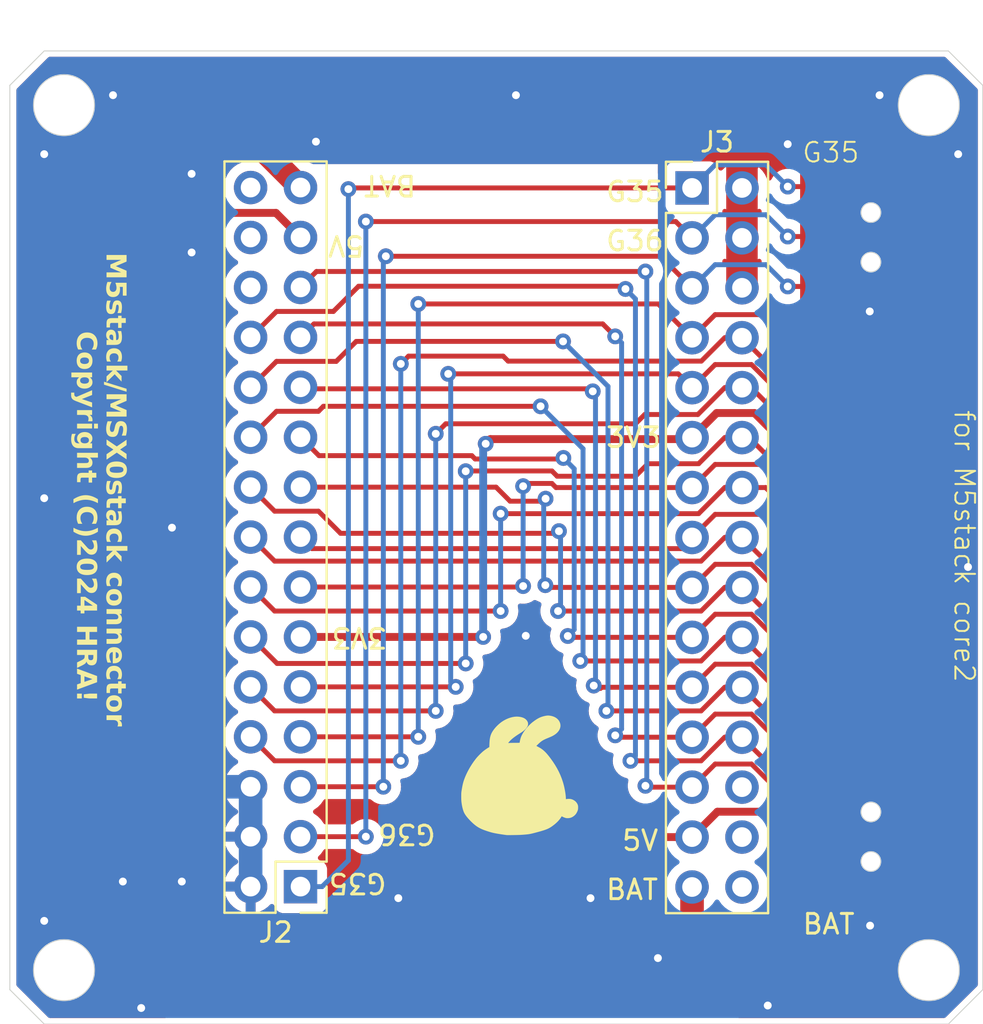
<source format=kicad_pcb>
(kicad_pcb (version 20221018) (generator pcbnew)
  (layers (0 "F.Cu" signal) (31 "B.Cu" signal) (34 "B.Paste" user) (35 "F.Paste" user) (36 "B.SilkS" user "B.Silkscreen") (37 "F.SilkS" user "F.Silkscreen") (38 "B.Mask" user) (39 "F.Mask" user) (44 "Edge.Cuts" user))
  (net 0 "")
  (net 1 "G35")
  (net 2 "GND")
  (net 3 "G36")
  (net 4 "EN")
  (net 5 "G25")
  (net 6 "G23")
  (net 7 "G26")
  (net 8 "G38")
  (net 9 "3V3")
  (net 10 "G18")
  (net 11 "G1")
  (net 12 "G3")
  (net 13 "G14")
  (net 14 "G13")
  (net 15 "G22")
  (net 16 "G21")
  (net 17 "G33")
  (net 18 "G32")
  (net 19 "G19")
  (net 20 "G27")
  (net 21 "G0")
  (net 22 "G2")
  (net 23 "G34")
  (net 25 "5V")
  (net 27 "BAT")
  (footprint "Connector_PinHeader_2.54mm:PinHeader_2x15_P2.54mm_Vertical" (layer "F.Cu") (at 115.04 92.758 180)
    (fp_text reference "J2")
    (fp_text value "Conn_02x15_Odd_Even" hide)
  )
  (footprint "Connector_PinHeader_2.54mm:PinHeader_2x15_P2.54mm_Vertical" (layer "F.Cu") (at 134.96 57.218)
    (fp_text reference "J3")
    (fp_text value "Conn_02x15_Odd_Even" hide)
  )
  (footprint "0-My_Parts:M5StackBase2_1" (layer "F.Cu") (at 100 50)
    (fp_text reference "J1" hide)
    (fp_text value "Conn_02x15_Counter_Clockwise" hide)
    (fp_line (start 0.25 2) (end 0.25 48) (stroke (width 0.05)) (layer "Edge.Cuts"))
    (fp_line (start 0.25 48) (end 2 49.75) (stroke (width 0.05)) (layer "Edge.Cuts"))
    (fp_line (start 2 0.25) (end 0.25 2) (stroke (width 0.05)) (layer "Edge.Cuts"))
    (fp_line (start 2 49.75) (end 48 49.75) (stroke (width 0.05)) (layer "Edge.Cuts"))
    (fp_line (start 48 0.25) (end 2 0.25) (stroke (width 0.05)) (layer "Edge.Cuts"))
    (fp_line (start 48 0.25) (end 49.75 2) (stroke (width 0.05)) (layer "Edge.Cuts"))
    (fp_line (start 49.75 48) (end 48 49.75) (stroke (width 0.05)) (layer "Edge.Cuts"))
    (fp_line (start 49.75 48) (end 49.75 2) (stroke (width 0.05)) (layer "Edge.Cuts"))
    (fp_circle (center 3.006214 3.006214) (end 4.556214 3.006214) (stroke (width 0.05)) (fill none) (layer "Edge.Cuts"))
    (fp_circle (center 3.006214 47.006214) (end 4.556214 47.006214) (stroke (width 0.05)) (fill none) (layer "Edge.Cuts"))
    (fp_circle (center 44.06 8.47) (end 44.06 8.97) (stroke (width 0.05)) (fill none) (layer "Edge.Cuts"))
    (fp_circle (center 44.06 10.992) (end 44.56 10.992) (stroke (width 0.05)) (fill none) (layer "Edge.Cuts"))
    (fp_circle (center 44.06 38.96) (end 44.06 39.46) (stroke (width 0.05)) (fill none) (layer "Edge.Cuts"))
    (fp_circle (center 44.06 41.48) (end 44.06 41.98) (stroke (width 0.05)) (fill none) (layer "Edge.Cuts"))
    (fp_circle (center 47.006214 3.006214) (end 48.556214 3.006214) (stroke (width 0.05)) (fill none) (layer "Edge.Cuts"))
    (fp_circle (center 47.006214 47.006214) (end 48.556214 47.006214) (stroke (width 0.05)) (fill none) (layer "Edge.Cuts"))
  )
  (footprint "0-My_Parts:usa_black_10x7" (layer "F.Cu") (at 126.5 87)
    (fp_text reference "G***" hide)
    (fp_text value "LOGO" hide)
  )
  (gr_text "5V" (at 131.318 91) (layer "F.SilkS") (effects (font (size 1 1)) (justify left bottom)))
  (gr_text "3V3" (at 130.5 70.5) (layer "F.SilkS") (effects (font (size 1 1)) (justify left bottom)))
  (gr_text "BAT" (at 121 56.5 180) (layer "F.SilkS") (effects (font (size 1 1)) (justify left bottom)))
  (gr_text "G35" (at 130.5 58) (layer "F.SilkS") (effects (font (size 1 1)) (justify left bottom)))
  (gr_text "5V" (at 118.364 59.563 180) (layer "F.SilkS") (effects (font (size 1 1)) (justify left bottom)))
  (gr_text "BAT" (at 130.5 93.5) (layer "F.SilkS") (effects (font (size 1 1)) (justify left bottom)))
  (gr_text "3V3" (at 119.5 79.5 180) (layer "F.SilkS") (effects (font (size 1 1)) (justify left bottom)))
  (gr_text "G36" (at 122 89.5 180) (layer "F.SilkS") (effects (font (size 1 1)) (justify left bottom)))
  (gr_text "Copyright (C)2024 HRA!" (at 103.5 64.5 -90) (layer "F.SilkS") (effects (font (size 1 1)) (justify left bottom)))
  (gr_text "G36" (at 130.5 60.5) (layer "F.SilkS") (effects (font (size 1 1)) (justify left bottom)))
  (gr_text "G35" (at 119.5 92 180) (layer "F.SilkS") (effects (font (size 1 1)) (justify left bottom)))
  (gr_text "M5stack/MSX0stack connector" (at 105 60.5 270) (layer "F.SilkS") (effects (font (size 1 1)) (justify left bottom)))
  (segment (start 139.827 57.15) (end 139.818 57.182) (width 0.25) (layer "F.Cu") (net 1))
  (segment (start 117.534 57.218) (end 117.475 57.277) (width 0.25) (layer "F.Cu") (net 1))
  (segment (start 141.278 57.15) (end 139.827 57.15) (width 0.25) (layer "F.Cu") (net 1))
  (segment (start 134.96 57.218) (end 117.534 57.218) (width 0.25) (layer "F.Cu") (net 1))
  (segment (start 141.31 57.182) (end 141.278 57.15) (width 0.25) (layer "F.Cu") (net 1))
  (via (at 117.475 57.277) (size 0.8) (drill 0.4) (layers "F.Cu" "B.Cu") (net 1))
  (via (at 139.827 57.15) (size 0.8) (drill 0.4) (layers "F.Cu" "B.Cu") (net 1))
  (segment (start 115.04 92.758) (end 116.14 92.758) (width 0.25) (layer "B.Cu") (net 1))
  (segment (start 138.72 56.043) (end 136.135 56.043) (width 0.25) (layer "B.Cu") (net 1))
  (segment (start 139.827 57.15) (end 138.72 56.043) (width 0.25) (layer "B.Cu") (net 1))
  (segment (start 116.14 92.758) (end 117.475 91.423) (width 0.25) (layer "B.Cu") (net 1))
  (segment (start 117.475 91.423) (end 117.475 57.277) (width 0.25) (layer "B.Cu") (net 1))
  (segment (start 136.135 56.043) (end 134.96 57.218) (width 0.25) (layer "B.Cu") (net 1))
  (segment (start 145.91 57.18) (end 145.91 59.728) (width 1.2) (layer "F.Cu") (net 2))
  (segment (start 145.91 59.728) (end 145.91 62.278) (width 1.2) (layer "F.Cu") (net 2))
  (segment (start 139.827 54.991) (end 138.684 54.991) (width 1.2) (layer "F.Cu") (net 2))
  (segment (start 137.5 59.758) (end 137.5 62.298) (width 1.6) (layer "F.Cu") (net 2))
  (segment (start 137.5 57.218) (end 137.5 59.758) (width 1.6) (layer "F.Cu") (net 2))
  (segment (start 145.91 55.867) (end 145.034 54.991) (width 1.2) (layer "F.Cu") (net 2))
  (segment (start 145.034 54.991) (end 139.827 54.991) (width 1.2) (layer "F.Cu") (net 2))
  (segment (start 137.5 56.175) (end 137.5 57.218) (width 1.6) (layer "F.Cu") (net 2))
  (segment (start 138.684 54.991) (end 137.5 56.175) (width 1.2) (layer "F.Cu") (net 2))
  (segment (start 145.91 57.18) (end 145.91 55.867) (width 1.2) (layer "F.Cu") (net 2))
  (via (at 129.794 93.345) (size 0.8) (drill 0.4) (layers "F.Cu" "B.Cu") (net 2))
  (via (at 108.5 74.5) (size 0.8) (drill 0.4) (layers "F.Cu" "B.Cu") (net 2))
  (via (at 138.811 98.806) (size 0.8) (drill 0.4) (layers "F.Cu" "B.Cu") (net 2))
  (via (at 144.5 52.5) (size 0.8) (drill 0.4) (layers "F.Cu" "B.Cu") (net 2))
  (via (at 148.5 55.5) (size 0.8) (drill 0.4) (layers "F.Cu" "B.Cu") (net 2))
  (via (at 102 73) (size 0.8) (drill 0.4) (layers "F.Cu" "B.Cu") (net 2))
  (via (at 102 55.5) (size 0.8) (drill 0.4) (layers "F.Cu" "B.Cu") (net 2))
  (via (at 109.5 56.5) (size 0.8) (drill 0.4) (layers "F.Cu" "B.Cu") (net 2))
  (via (at 102 94.5) (size 0.8) (drill 0.4) (layers "F.Cu" "B.Cu") (net 2))
  (via (at 115.824 54.864) (size 0.8) (drill 0.4) (layers "F.Cu" "B.Cu") (net 2))
  (via (at 105.5 52.5) (size 0.8) (drill 0.4) (layers "F.Cu" "B.Cu") (net 2))
  (via (at 133.223 96.393) (size 0.8) (drill 0.4) (layers "F.Cu" "B.Cu") (net 2))
  (via (at 139.827 54.991) (size 0.8) (drill 0.4) (layers "F.Cu" "B.Cu") (net 2))
  (via (at 106.934 98.933) (size 0.8) (drill 0.4) (layers "F.Cu" "B.Cu") (net 2))
  (via (at 144.018 94.742) (size 0.8) (drill 0.4) (layers "F.Cu" "B.Cu") (net 2))
  (via (at 149 76.5) (size 0.8) (drill 0.4) (layers "F.Cu" "B.Cu") (net 2))
  (via (at 126 52.5) (size 0.8) (drill 0.4) (layers "F.Cu" "B.Cu") (net 2))
  (via (at 109.5 60.5) (size 0.8) (drill 0.4) (layers "F.Cu" "B.Cu") (net 2))
  (via (at 120.015 93.345) (size 0.8) (drill 0.4) (layers "F.Cu" "B.Cu") (net 2))
  (via (at 106 92.5) (size 0.8) (drill 0.4) (layers "F.Cu" "B.Cu") (net 2))
  (via (at 109 92.5) (size 0.8) (drill 0.4) (layers "F.Cu" "B.Cu") (net 2))
  (via (at 126.5 80) (size 0.8) (drill 0.4) (layers "F.Cu" "B.Cu") (net 2))
  (via (at 144 63.5) (size 0.8) (drill 0.4) (layers "F.Cu" "B.Cu") (net 2))
  (segment (start 109.5 60.5) (end 109.347 60.653) (width 1.2) (layer "B.Cu") (net 2))
  (segment (start 139.827 53.086) (end 138.811 52.07) (width 1.2) (layer "B.Cu") (net 2))
  (segment (start 126 52.5) (end 125.57 52.07) (width 1.2) (layer "B.Cu") (net 2))
  (segment (start 109.347 73.653) (end 108.5 74.5) (width 1.2) (layer "B.Cu") (net 2))
  (segment (start 126.43 52.07) (end 126 52.5) (width 1.2) (layer "B.Cu") (net 2))
  (segment (start 109.347 86.614) (end 110.411 87.678) (width 1.2) (layer "B.Cu") (net 2))
  (segment (start 109.347 56.347) (end 109.5 56.5) (width 1.2) (layer "B.Cu") (net 2))
  (segment (start 138.811 52.07) (end 126.43 52.07) (width 1.2) (layer "B.Cu") (net 2))
  (segment (start 109.347 60.347) (end 109.5 60.5) (width 1.2) (layer "B.Cu") (net 2))
  (segment (start 109.347 52.197) (end 109.347 56.347) (width 1.2) (layer "B.Cu") (net 2))
  (segment (start 109.474 52.07) (end 109.347 52.197) (width 1.2) (layer "B.Cu") (net 2))
  (segment (start 125.57 52.07) (end 109.474 52.07) (width 1.2) (layer "B.Cu") (net 2))
  (segment (start 112.5 90.218) (end 112.5 92.758) (width 1.2) (layer "B.Cu") (net 2))
  (segment (start 109.347 60.653) (end 109.347 73.653) (width 1.2) (layer "B.Cu") (net 2))
  (segment (start 109.347 56.653) (end 109.347 60.347) (width 1.2) (layer "B.Cu") (net 2))
  (segment (start 110.411 87.678) (end 112.5 87.678) (width 1.2) (layer "B.Cu") (net 2))
  (segment (start 112.5 87.678) (end 112.5 90.218) (width 1.2) (layer "B.Cu") (net 2))
  (segment (start 109.347 75.347) (end 109.347 86.614) (width 1.2) (layer "B.Cu") (net 2))
  (segment (start 109.5 56.5) (end 109.347 56.653) (width 1.2) (layer "B.Cu") (net 2))
  (segment (start 139.827 54.991) (end 139.827 53.086) (width 1.2) (layer "B.Cu") (net 2))
  (segment (start 108.5 74.5) (end 109.347 75.347) (width 1.2) (layer "B.Cu") (net 2))
  (segment (start 115.04 90.218) (end 118.363998 90.218) (width 0.25) (layer "F.Cu") (net 3))
  (segment (start 141.278 59.69) (end 139.827 59.69) (width 0.25) (layer "F.Cu") (net 3))
  (segment (start 134.13 58.928) (end 118.364 58.928) (width 0.25) (layer "F.Cu") (net 3))
  (segment (start 118.363998 90.218) (end 118.364 90.217998) (width 0.25) (layer "F.Cu") (net 3))
  (segment (start 134.96 59.758) (end 134.13 58.928) (width 0.25) (layer "F.Cu") (net 3))
  (via (at 118.364 58.928) (size 0.8) (drill 0.4) (layers "F.Cu" "B.Cu") (net 3))
  (via (at 139.827 59.69) (size 0.8) (drill 0.4) (layers "F.Cu" "B.Cu") (net 3))
  (via (at 118.364 90.217998) (size 0.8) (drill 0.4) (layers "F.Cu" "B.Cu") (net 3))
  (segment (start 139.827 59.69) (end 138.72 58.583) (width 0.25) (layer "B.Cu") (net 3))
  (segment (start 136.135 58.583) (end 134.96 59.758) (width 0.25) (layer "B.Cu") (net 3))
  (segment (start 138.72 58.583) (end 136.135 58.583) (width 0.25) (layer "B.Cu") (net 3))
  (segment (start 118.364 90.217998) (end 118.364 58.928) (width 0.25) (layer "B.Cu") (net 3))
  (segment (start 115.04 87.678) (end 119.253004 87.678) (width 0.25) (layer "F.Cu") (net 4))
  (segment (start 141.278 62.23) (end 139.827 62.23) (width 0.25) (layer "F.Cu") (net 4))
  (segment (start 134.96 62.298) (end 133.355 60.693) (width 0.25) (layer "F.Cu") (net 4))
  (segment (start 133.355 60.693) (end 119.38 60.693) (width 0.25) (layer "F.Cu") (net 4))
  (via (at 119.38 60.693) (size 0.8) (drill 0.4) (layers "F.Cu" "B.Cu") (net 4))
  (via (at 119.253004 87.678) (size 0.8) (drill 0.4) (layers "F.Cu" "B.Cu") (net 4))
  (via (at 139.827 62.23) (size 0.8) (drill 0.4) (layers "F.Cu" "B.Cu") (net 4))
  (segment (start 139.827 62.23) (end 138.72 61.123) (width 0.25) (layer "B.Cu") (net 4))
  (segment (start 119.253 87.677996) (end 119.253 60.82) (width 0.25) (layer "B.Cu") (net 4))
  (segment (start 119.253004 87.678) (end 119.253 87.677996) (width 0.25) (layer "B.Cu") (net 4))
  (segment (start 136.135 61.123) (end 134.96 62.298) (width 0.25) (layer "B.Cu") (net 4))
  (segment (start 119.301004 87.63) (end 119.253004 87.678) (width 0.25) (layer "B.Cu") (net 4))
  (segment (start 119.253 60.82) (end 119.38 60.693) (width 0.25) (layer "B.Cu") (net 4))
  (segment (start 138.72 61.123) (end 136.135 61.123) (width 0.25) (layer "B.Cu") (net 4))
  (segment (start 115.04 85.138) (end 121.031012 85.138) (width 0.25) (layer "F.Cu") (net 5))
  (segment (start 134.96 64.838) (end 133.240996 63.118996) (width 0.25) (layer "F.Cu") (net 5))
  (segment (start 139.827 64.897) (end 138.593 63.663) (width 0.25) (layer "F.Cu") (net 5))
  (segment (start 141.278 64.897) (end 139.827 64.897) (width 0.25) (layer "F.Cu") (net 5))
  (segment (start 138.593 63.663) (end 136.135 63.663) (width 0.25) (layer "F.Cu") (net 5))
  (segment (start 133.240996 63.118996) (end 121.031 63.118996) (width 0.25) (layer "F.Cu") (net 5))
  (segment (start 136.135 63.663) (end 134.96 64.838) (width 0.25) (layer "F.Cu") (net 5))
  (via (at 121.031012 85.138) (size 0.8) (drill 0.4) (layers "F.Cu" "B.Cu") (net 5))
  (via (at 121.031 63.118996) (size 0.8) (drill 0.4) (layers "F.Cu" "B.Cu") (net 5))
  (segment (start 121.031012 85.138) (end 121.031012 63.119008) (width 0.25) (layer "B.Cu") (net 5))
  (segment (start 121.031012 63.119008) (end 121.031 63.118996) (width 0.25) (layer "B.Cu") (net 5))
  (segment (start 120.142 86.36) (end 113.722 86.36) (width 0.25) (layer "F.Cu") (net 6))
  (segment (start 144.733 65.995) (end 145.91 64.818) (width 0.25) (layer "F.Cu") (net 6))
  (segment (start 137.5 64.838) (end 138.657 65.995) (width 0.25) (layer "F.Cu") (net 6))
  (segment (start 125.603 66.027) (end 125.349 65.773) (width 0.25) (layer "F.Cu") (net 6))
  (segment (start 125.349 65.773) (end 120.535998 65.773) (width 0.25) (layer "F.Cu") (net 6))
  (segment (start 135.432701 66.027) (end 125.603 66.027) (width 0.25) (layer "F.Cu") (net 6))
  (segment (start 136.621701 64.838) (end 135.432701 66.027) (width 0.25) (layer "F.Cu") (net 6))
  (segment (start 120.535998 65.773) (end 120.142 66.166998) (width 0.25) (layer "F.Cu") (net 6))
  (segment (start 138.657 65.995) (end 144.733 65.995) (width 0.25) (layer "F.Cu") (net 6))
  (segment (start 113.722 86.36) (end 112.5 85.138) (width 0.25) (layer "F.Cu") (net 6))
  (segment (start 137.5 64.838) (end 136.621701 64.838) (width 0.25) (layer "F.Cu") (net 6))
  (via (at 120.142 66.166998) (size 0.8) (drill 0.4) (layers "F.Cu" "B.Cu") (net 6))
  (via (at 120.142 86.36) (size 0.8) (drill 0.4) (layers "F.Cu" "B.Cu") (net 6))
  (segment (start 120.142 86.36) (end 120.142 66.166998) (width 0.25) (layer "B.Cu") (net 6))
  (segment (start 137.986701 66.203) (end 136.135 66.203) (width 0.25) (layer "F.Cu") (net 7))
  (segment (start 141.278 67.31) (end 139.093701 67.31) (width 0.25) (layer "F.Cu") (net 7))
  (segment (start 134.96 67.378) (end 134.257 66.675) (width 0.25) (layer "F.Cu") (net 7))
  (segment (start 136.135 66.203) (end 134.96 67.378) (width 0.25) (layer "F.Cu") (net 7))
  (segment (start 134.257 66.675) (end 122.555004 66.675) (width 0.25) (layer "F.Cu") (net 7))
  (segment (start 139.093701 67.31) (end 137.986701 66.203) (width 0.25) (layer "F.Cu") (net 7))
  (segment (start 115.04 82.598) (end 122.936 82.598) (width 0.25) (layer "F.Cu") (net 7))
  (segment (start 122.555004 66.675) (end 122.555 66.674996) (width 0.25) (layer "F.Cu") (net 7))
  (via (at 122.936 82.598) (size 0.8) (drill 0.4) (layers "F.Cu" "B.Cu") (net 7))
  (via (at 122.555 66.674996) (size 0.8) (drill 0.4) (layers "F.Cu" "B.Cu") (net 7))
  (segment (start 122.682 82.344) (end 122.682 66.801996) (width 0.25) (layer "B.Cu") (net 7))
  (segment (start 122.936 82.598) (end 122.682 82.344) (width 0.25) (layer "B.Cu") (net 7))
  (segment (start 122.682 66.801996) (end 122.555 66.674996) (width 0.25) (layer "B.Cu") (net 7))
  (segment (start 132.08 69.215) (end 122.428 69.215) (width 0.25) (layer "F.Cu") (net 8))
  (segment (start 137.970462 67.378) (end 139.127462 68.535) (width 0.25) (layer "F.Cu") (net 8))
  (segment (start 135.256701 68.743) (end 132.552 68.743) (width 0.25) (layer "F.Cu") (net 8))
  (segment (start 121.92 83.82) (end 113.722 83.82) (width 0.25) (layer "F.Cu") (net 8))
  (segment (start 144.737 68.535) (end 145.914 67.358) (width 0.25) (layer "F.Cu") (net 8))
  (segment (start 137.5 67.378) (end 137.970462 67.378) (width 0.25) (layer "F.Cu") (net 8))
  (segment (start 136.621701 67.378) (end 135.256701 68.743) (width 0.25) (layer "F.Cu") (net 8))
  (segment (start 113.722 83.82) (end 112.5 82.598) (width 0.25) (layer "F.Cu") (net 8))
  (segment (start 132.552 68.743) (end 132.08 69.215) (width 0.25) (layer "F.Cu") (net 8))
  (segment (start 122.428 69.215) (end 121.92 69.723) (width 0.25) (layer "F.Cu") (net 8))
  (segment (start 137.5 67.378) (end 136.621701 67.378) (width 0.25) (layer "F.Cu") (net 8))
  (segment (start 139.127462 68.535) (end 144.737 68.535) (width 0.25) (layer "F.Cu") (net 8))
  (via (at 121.92 69.723) (size 0.8) (drill 0.4) (layers "F.Cu" "B.Cu") (net 8))
  (via (at 121.92 83.82) (size 0.8) (drill 0.4) (layers "F.Cu" "B.Cu") (net 8))
  (segment (start 121.92 83.82) (end 121.92 69.723) (width 0.25) (layer "B.Cu") (net 8))
  (segment (start 124.697 69.994) (end 124.46 70.231) (width 0.4) (layer "F.Cu") (net 9))
  (segment (start 134.884 69.994) (end 124.697 69.994) (width 0.4) (layer "F.Cu") (net 9))
  (segment (start 136.21 68.668) (end 134.96 69.918) (width 0.4) (layer "F.Cu") (net 9))
  (segment (start 134.96 69.918) (end 134.884 69.994) (width 0.4) (layer "F.Cu") (net 9))
  (segment (start 139.446 69.977) (end 138.137 68.668) (width 0.4) (layer "F.Cu") (net 9))
  (segment (start 115.04 80.058) (end 124.333 80.058) (width 0.4) (layer "F.Cu") (net 9))
  (segment (start 141.278 69.977) (end 139.446 69.977) (width 0.4) (layer "F.Cu") (net 9))
  (segment (start 138.137 68.668) (end 136.21 68.668) (width 0.4) (layer "F.Cu") (net 9))
  (via (at 124.46 70.231) (size 0.8) (drill 0.4) (layers "F.Cu" "B.Cu") (net 9))
  (via (at 124.333 80.058) (size 0.8) (drill 0.4) (layers "F.Cu" "B.Cu") (net 9))
  (segment (start 124.333 80.058) (end 124.333 70.358) (width 0.4) (layer "B.Cu") (net 9))
  (segment (start 124.333 70.358) (end 124.46 70.231) (width 0.4) (layer "B.Cu") (net 9))
  (segment (start 132.08 71.882) (end 128.097412 71.882) (width 0.25) (layer "F.Cu") (net 10))
  (segment (start 144.737 71.075) (end 145.914 69.898) (width 0.25) (layer "F.Cu") (net 10))
  (segment (start 139.021396 71.075) (end 144.737 71.075) (width 0.25) (layer "F.Cu") (net 10))
  (segment (start 127.830412 71.615) (end 123.457 71.615) (width 0.25) (layer "F.Cu") (net 10))
  (segment (start 135.292701 71.247) (end 132.715 71.247) (width 0.25) (layer "F.Cu") (net 10))
  (segment (start 113.848998 81.406998) (end 123.444 81.406998) (width 0.25) (layer "F.Cu") (net 10))
  (segment (start 128.097412 71.882) (end 127.830412 71.615) (width 0.25) (layer "F.Cu") (net 10))
  (segment (start 112.5 80.058) (end 113.848998 81.406998) (width 0.25) (layer "F.Cu") (net 10))
  (segment (start 137.864396 69.918) (end 139.021396 71.075) (width 0.25) (layer "F.Cu") (net 10))
  (segment (start 136.621701 69.918) (end 135.292701 71.247) (width 0.25) (layer "F.Cu") (net 10))
  (segment (start 137.5 69.918) (end 137.864396 69.918) (width 0.25) (layer "F.Cu") (net 10))
  (segment (start 123.457 71.615) (end 123.444 71.628) (width 0.25) (layer "F.Cu") (net 10))
  (segment (start 132.715 71.247) (end 132.08 71.882) (width 0.25) (layer "F.Cu") (net 10))
  (segment (start 137.5 69.918) (end 136.621701 69.918) (width 0.25) (layer "F.Cu") (net 10))
  (via (at 123.444 81.406998) (size 0.8) (drill 0.4) (layers "F.Cu" "B.Cu") (net 10))
  (via (at 123.444 71.628) (size 0.8) (drill 0.4) (layers "F.Cu" "B.Cu") (net 10))
  (segment (start 123.444 81.406998) (end 123.444 71.628) (width 0.25) (layer "B.Cu") (net 10))
  (segment (start 139.827 72.517) (end 138.593 71.283) (width 0.25) (layer "F.Cu") (net 11))
  (segment (start 127.829016 72.25) (end 126.505 72.25) (width 0.25) (layer "F.Cu") (net 11))
  (segment (start 126.505 72.25) (end 126.365 72.39) (width 0.25) (layer "F.Cu") (net 11))
  (segment (start 128.037016 72.458) (end 127.829016 72.25) (width 0.25) (layer "F.Cu") (net 11))
  (segment (start 126.365 77.47) (end 126.317 77.518) (width 0.25) (layer "F.Cu") (net 11))
  (segment (start 138.593 71.283) (end 136.135 71.283) (width 0.25) (layer "F.Cu") (net 11))
  (segment (start 126.317 77.518) (end 115.04 77.518) (width 0.25) (layer "F.Cu") (net 11))
  (segment (start 134.96 72.458) (end 128.037016 72.458) (width 0.25) (layer "F.Cu") (net 11))
  (segment (start 136.135 71.283) (end 134.96 72.458) (width 0.25) (layer "F.Cu") (net 11))
  (segment (start 141.278 72.517) (end 139.827 72.517) (width 0.25) (layer "F.Cu") (net 11))
  (via (at 126.365 72.39) (size 0.8) (drill 0.4) (layers "F.Cu" "B.Cu") (net 11))
  (via (at 126.365 77.47) (size 0.8) (drill 0.4) (layers "F.Cu" "B.Cu") (net 11))
  (segment (start 126.365 77.47) (end 126.365 72.39) (width 0.25) (layer "B.Cu") (net 11))
  (segment (start 139.862681 73.6186) (end 144.737 73.6186) (width 0.25) (layer "F.Cu") (net 12))
  (segment (start 137.5 72.458) (end 136.621701 72.458) (width 0.25) (layer "F.Cu") (net 12))
  (segment (start 113.722 78.74) (end 112.5 77.518) (width 0.25) (layer "F.Cu") (net 12))
  (segment (start 135.292701 73.787) (end 125.222 73.787) (width 0.25) (layer "F.Cu") (net 12))
  (segment (start 138.702081 72.458) (end 139.862681 73.6186) (width 0.25) (layer "F.Cu") (net 12))
  (segment (start 125.222 78.74) (end 113.722 78.74) (width 0.25) (layer "F.Cu") (net 12))
  (segment (start 137.5 72.458) (end 138.702081 72.458) (width 0.25) (layer "F.Cu") (net 12))
  (segment (start 136.621701 72.458) (end 135.292701 73.787) (width 0.25) (layer "F.Cu") (net 12))
  (segment (start 144.737 73.6186) (end 145.914 72.4416) (width 0.25) (layer "F.Cu") (net 12))
  (via (at 125.222 78.74) (size 0.8) (drill 0.4) (layers "F.Cu" "B.Cu") (net 12))
  (via (at 125.222 73.787) (size 0.8) (drill 0.4) (layers "F.Cu" "B.Cu") (net 12))
  (segment (start 125.222 78.74) (end 125.222016 78.739984) (width 0.25) (layer "B.Cu") (net 12))
  (segment (start 125.222016 73.787016) (end 125.222 73.787) (width 0.25) (layer "B.Cu") (net 12))
  (segment (start 125.222016 78.739984) (end 125.222016 73.787016) (width 0.25) (layer "B.Cu") (net 12))
  (segment (start 141.278 75.057) (end 139.827 75.057) (width 0.25) (layer "F.Cu") (net 13))
  (segment (start 139.827 75.057) (end 138.593 73.823) (width 0.25) (layer "F.Cu") (net 13))
  (segment (start 134.393 75.565) (end 115.627 75.565) (width 0.25) (layer "F.Cu") (net 13))
  (segment (start 115.627 75.565) (end 115.04 74.978) (width 0.25) (layer "F.Cu") (net 13))
  (segment (start 138.593 73.823) (end 136.135 73.823) (width 0.25) (layer "F.Cu") (net 13))
  (segment (start 136.135 73.823) (end 134.96 74.998) (width 0.25) (layer "F.Cu") (net 13))
  (segment (start 134.96 74.998) (end 134.393 75.565) (width 0.25) (layer "F.Cu") (net 13))
  (segment (start 135.419701 76.2) (end 113.722 76.2) (width 0.25) (layer "F.Cu") (net 14))
  (segment (start 137.5 74.998) (end 136.621701 74.998) (width 0.25) (layer "F.Cu") (net 14))
  (segment (start 113.722 76.2) (end 112.5 74.978) (width 0.25) (layer "F.Cu") (net 14))
  (segment (start 138.657 76.155) (end 144.737 76.155) (width 0.25) (layer "F.Cu") (net 14))
  (segment (start 136.621701 74.998) (end 135.419701 76.2) (width 0.25) (layer "F.Cu") (net 14))
  (segment (start 137.5 74.998) (end 138.657 76.155) (width 0.25) (layer "F.Cu") (net 14))
  (segment (start 144.737 76.155) (end 145.914 74.978) (width 0.25) (layer "F.Cu") (net 14))
  (segment (start 137.986701 76.363) (end 136.135 76.363) (width 0.25) (layer "F.Cu") (net 15))
  (segment (start 139.220701 77.597) (end 137.986701 76.363) (width 0.25) (layer "F.Cu") (net 15))
  (segment (start 136.135 76.363) (end 134.96 77.538) (width 0.25) (layer "F.Cu") (net 15))
  (segment (start 141.278 77.597) (end 139.220701 77.597) (width 0.25) (layer "F.Cu") (net 15))
  (segment (start 127.609067 77.538) (end 127.495 77.423933) (width 0.25) (layer "F.Cu") (net 15))
  (segment (start 127.381 73.152) (end 127.508 73.025) (width 0.25) (layer "F.Cu") (net 15))
  (segment (start 134.96 77.538) (end 127.609067 77.538) (width 0.25) (layer "F.Cu") (net 15))
  (segment (start 124.988995 72.438) (end 125.702995 73.152) (width 0.25) (layer "F.Cu") (net 15))
  (segment (start 125.702995 73.152) (end 127.381 73.152) (width 0.25) (layer "F.Cu") (net 15))
  (segment (start 115.04 72.438) (end 124.988995 72.438) (width 0.25) (layer "F.Cu") (net 15))
  (via (at 127.508 73.025) (size 0.8) (drill 0.4) (layers "F.Cu" "B.Cu") (net 15))
  (via (at 127.495 77.423933) (size 0.8) (drill 0.4) (layers "F.Cu" "B.Cu") (net 15))
  (segment (start 127.495 77.423933) (end 127.413 77.341933) (width 0.25) (layer "B.Cu") (net 15))
  (segment (start 127.413 73.12) (end 127.508 73.025) (width 0.25) (layer "B.Cu") (net 15))
  (segment (start 127.413 77.341933) (end 127.413 73.12) (width 0.25) (layer "B.Cu") (net 15))
  (segment (start 144.737 78.695) (end 145.914 77.518) (width 0.25) (layer "F.Cu") (net 16))
  (segment (start 128.077583 74.786417) (end 128.188 74.676) (width 0.25) (layer "F.Cu") (net 16))
  (segment (start 117.077417 74.786417) (end 128.077583 74.786417) (width 0.25) (layer "F.Cu") (net 16))
  (segment (start 135.419701 78.74) (end 128.143 78.74) (width 0.25) (layer "F.Cu") (net 16))
  (segment (start 137.5 77.538) (end 138.657 78.695) (width 0.25) (layer "F.Cu") (net 16))
  (segment (start 115.951 73.66) (end 117.077417 74.786417) (width 0.25) (layer "F.Cu") (net 16))
  (segment (start 137.5 77.538) (end 136.621701 77.538) (width 0.25) (layer "F.Cu") (net 16))
  (segment (start 136.621701 77.538) (end 135.419701 78.74) (width 0.25) (layer "F.Cu") (net 16))
  (segment (start 113.722 73.66) (end 115.951 73.66) (width 0.25) (layer "F.Cu") (net 16))
  (segment (start 138.657 78.695) (end 144.737 78.695) (width 0.25) (layer "F.Cu") (net 16))
  (segment (start 112.5 72.438) (end 113.722 73.66) (width 0.25) (layer "F.Cu") (net 16))
  (segment (start 128.143 78.74) (end 128.27 78.74) (width 0.25) (layer "F.Cu") (net 16))
  (via (at 128.143 78.74) (size 0.8) (drill 0.4) (layers "F.Cu" "B.Cu") (net 16))
  (via (at 128.188 74.676) (size 0.8) (drill 0.4) (layers "F.Cu" "B.Cu") (net 16))
  (segment (start 128.27 74.758) (end 128.188 74.676) (width 0.25) (layer "B.Cu") (net 16))
  (segment (start 128.143 78.74) (end 128.27 78.613) (width 0.25) (layer "B.Cu") (net 16))
  (segment (start 128.27 74.803) (end 128.27 74.758) (width 0.25) (layer "B.Cu") (net 16))
  (segment (start 128.27 78.613) (end 128.27 74.758) (width 0.25) (layer "B.Cu") (net 16))
  (segment (start 134.96 80.078) (end 128.706 80.078) (width 0.25) (layer "F.Cu") (net 17))
  (segment (start 123.923984 71.006) (end 128.361989 71.006) (width 0.25) (layer "F.Cu") (net 17))
  (segment (start 139.220701 80.137) (end 137.986701 78.903) (width 0.25) (layer "F.Cu") (net 17))
  (segment (start 128.706 80.078) (end 128.638 80.01) (width 0.25) (layer "F.Cu") (net 17))
  (segment (start 128.361989 71.006) (end 128.413989 70.954) (width 0.25) (layer "F.Cu") (net 17))
  (segment (start 115.04 69.898) (end 115.978005 70.836005) (width 0.25) (layer "F.Cu") (net 17))
  (segment (start 141.278 80.137) (end 139.220701 80.137) (width 0.25) (layer "F.Cu") (net 17))
  (segment (start 137.986701 78.903) (end 136.135 78.903) (width 0.25) (layer "F.Cu") (net 17))
  (segment (start 136.135 78.903) (end 134.96 80.078) (width 0.25) (layer "F.Cu") (net 17))
  (segment (start 115.978005 70.836005) (end 123.753989 70.836005) (width 0.25) (layer "F.Cu") (net 17))
  (segment (start 123.753989 70.836005) (end 123.923984 71.006) (width 0.25) (layer "F.Cu") (net 17))
  (via (at 128.638 80.01) (size 0.8) (drill 0.4) (layers "F.Cu" "B.Cu") (net 17))
  (via (at 128.413989 70.954) (size 0.8) (drill 0.4) (layers "F.Cu" "B.Cu") (net 17))
  (segment (start 128.638 80.01) (end 128.963 79.685) (width 0.25) (layer "B.Cu") (net 17))
  (segment (start 128.963 71.503011) (end 128.413989 70.954) (width 0.25) (layer "B.Cu") (net 17))
  (segment (start 128.963 79.685) (end 128.963 71.503011) (width 0.25) (layer "B.Cu") (net 17))
  (segment (start 127.254 68.326) (end 116.205 68.326) (width 0.25) (layer "F.Cu") (net 18))
  (segment (start 137.5 80.078) (end 138.657 81.235) (width 0.25) (layer "F.Cu") (net 18))
  (segment (start 144.737 81.235) (end 145.914 80.058) (width 0.25) (layer "F.Cu") (net 18))
  (segment (start 129.667 81.28) (end 129.273 81.28) (width 0.25) (layer "F.Cu") (net 18))
  (segment (start 113.818 68.58) (end 112.5 69.898) (width 0.25) (layer "F.Cu") (net 18))
  (segment (start 136.621701 80.078) (end 135.419701 81.28) (width 0.25) (layer "F.Cu") (net 18))
  (segment (start 137.5 80.078) (end 136.621701 80.078) (width 0.25) (layer "F.Cu") (net 18))
  (segment (start 138.657 81.235) (end 144.737 81.235) (width 0.25) (layer "F.Cu") (net 18))
  (segment (start 115.951 68.58) (end 113.818 68.58) (width 0.25) (layer "F.Cu") (net 18))
  (segment (start 116.205 68.326) (end 115.951 68.58) (width 0.25) (layer "F.Cu") (net 18))
  (segment (start 135.419701 81.28) (end 129.273 81.28) (width 0.25) (layer "F.Cu") (net 18))
  (via (at 127.254 68.326) (size 0.8) (drill 0.4) (layers "F.Cu" "B.Cu") (net 18))
  (via (at 129.273 81.28) (size 0.8) (drill 0.4) (layers "F.Cu" "B.Cu") (net 18))
  (segment (start 129.273 81.28) (end 129.413 81.14) (width 0.25) (layer "B.Cu") (net 18))
  (segment (start 129.413 70.485) (end 127.254 68.326) (width 0.25) (layer "B.Cu") (net 18))
  (segment (start 127.254 68.58) (end 127.254 68.326) (width 0.25) (layer "B.Cu") (net 18))
  (segment (start 129.413 81.14) (end 129.413 70.485) (width 0.25) (layer "B.Cu") (net 18))
  (segment (start 134.96 82.618) (end 130.042293 82.618) (width 0.25) (layer "F.Cu") (net 19))
  (segment (start 130.030732 82.532732) (end 129.957025 82.532732) (width 0.25) (layer "F.Cu") (net 19))
  (segment (start 115.04 67.358) (end 115.119 67.437) (width 0.25) (layer "F.Cu") (net 19))
  (segment (start 137.986701 81.443) (end 136.135 81.443) (width 0.25) (layer "F.Cu") (net 19))
  (segment (start 129.781 67.437) (end 129.908 67.564) (width 0.25) (layer "F.Cu") (net 19))
  (segment (start 136.135 81.443) (end 134.96 82.618) (width 0.25) (layer "F.Cu") (net 19))
  (segment (start 115.119 67.437) (end 129.781 67.437) (width 0.25) (layer "F.Cu") (net 19))
  (segment (start 130.042293 82.618) (end 129.957025 82.532732) (width 0.25) (layer "F.Cu") (net 19))
  (segment (start 141.278 82.677) (end 139.220701 82.677) (width 0.25) (layer "F.Cu") (net 19))
  (segment (start 130.175 82.677) (end 130.030732 82.532732) (width 0.25) (layer "F.Cu") (net 19))
  (segment (start 139.220701 82.677) (end 137.986701 81.443) (width 0.25) (layer "F.Cu") (net 19))
  (segment (start 130.302 82.677) (end 130.175 82.677) (width 0.25) (layer "F.Cu") (net 19))
  (via (at 129.908 67.564) (size 0.8) (drill 0.4) (layers "F.Cu" "B.Cu") (net 19))
  (via (at 129.957025 82.532732) (size 0.8) (drill 0.4) (layers "F.Cu" "B.Cu") (net 19))
  (segment (start 129.957025 82.532732) (end 130.048 82.441757) (width 0.25) (layer "B.Cu") (net 19))
  (segment (start 130.048 82.441757) (end 130.048 67.704) (width 0.25) (layer "B.Cu") (net 19))
  (segment (start 130.048 67.704) (end 129.908 67.564) (width 0.25) (layer "B.Cu") (net 19))
  (segment (start 117.874352 65.023998) (end 128.397 65.023998) (width 0.25) (layer "F.Cu") (net 20))
  (segment (start 113.818 66.04) (end 116.85835 66.04) (width 0.25) (layer "F.Cu") (net 20))
  (segment (start 137.5 82.618) (end 138.657 83.775) (width 0.25) (layer "F.Cu") (net 20))
  (segment (start 137.5 82.618) (end 136.621701 82.618) (width 0.25) (layer "F.Cu") (net 20))
  (segment (start 116.85835 66.04) (end 117.874352 65.023998) (width 0.25) (layer "F.Cu") (net 20))
  (segment (start 135.419701 83.82) (end 130.601 83.82) (width 0.25) (layer "F.Cu") (net 20))
  (segment (start 138.657 83.775) (end 144.737 83.775) (width 0.25) (layer "F.Cu") (net 20))
  (segment (start 136.621701 82.618) (end 135.419701 83.82) (width 0.25) (layer "F.Cu") (net 20))
  (segment (start 144.737 83.775) (end 145.914 82.598) (width 0.25) (layer "F.Cu") (net 20))
  (segment (start 112.5 67.358) (end 113.818 66.04) (width 0.25) (layer "F.Cu") (net 20))
  (segment (start 130.81 83.82) (end 130.601 83.82) (width 0.25) (layer "F.Cu") (net 20))
  (via (at 130.601 83.82) (size 0.8) (drill 0.4) (layers "F.Cu" "B.Cu") (net 20))
  (via (at 128.397 65.023998) (size 0.8) (drill 0.4) (layers "F.Cu" "B.Cu") (net 20))
  (segment (start 130.683 67.31) (end 128.651 65.278) (width 0.25) (layer "B.Cu") (net 20))
  (segment (start 130.683 83.738) (end 130.683 67.31) (width 0.25) (layer "B.Cu") (net 20))
  (segment (start 128.524 65.151) (end 128.397 65.024) (width 0.25) (layer "B.Cu") (net 20))
  (segment (start 128.651 65.278) (end 128.524 65.151) (width 0.25) (layer "B.Cu") (net 20))
  (segment (start 128.397 65.024) (end 128.397 65.023998) (width 0.25) (layer "B.Cu") (net 20))
  (segment (start 130.601 83.82) (end 130.683 83.738) (width 0.25) (layer "B.Cu") (net 20))
  (segment (start 134.96 85.158) (end 131.14399 85.158) (width 0.25) (layer "F.Cu") (net 21))
  (segment (start 131.14399 85.158) (end 131.051 85.06501) (width 0.25) (layer "F.Cu") (net 21))
  (segment (start 139.220701 85.217) (end 137.986701 83.983) (width 0.25) (layer "F.Cu") (net 21))
  (segment (start 137.986701 83.983) (end 136.135 83.983) (width 0.25) (layer "F.Cu") (net 21))
  (segment (start 130.415998 64.135) (end 131.051 64.770002) (width 0.25) (layer "F.Cu") (net 21))
  (segment (start 136.135 83.983) (end 134.96 85.158) (width 0.25) (layer "F.Cu") (net 21))
  (segment (start 115.04 64.818) (end 115.723 64.135) (width 0.25) (layer "F.Cu") (net 21))
  (segment (start 141.278 85.217) (end 139.220701 85.217) (width 0.25) (layer "F.Cu") (net 21))
  (segment (start 115.723 64.135) (end 130.415998 64.135) (width 0.25) (layer "F.Cu") (net 21))
  (via (at 131.051 64.770002) (size 0.8) (drill 0.4) (layers "F.Cu" "B.Cu") (net 21))
  (via (at 131.051 85.06501) (size 0.8) (drill 0.4) (layers "F.Cu" "B.Cu") (net 21))
  (segment (start 131.376 65.095002) (end 131.051 64.770002) (width 0.25) (layer "B.Cu") (net 21))
  (segment (start 131.376 84.74001) (end 131.376 65.095002) (width 0.25) (layer "B.Cu") (net 21))
  (segment (start 131.051 85.06501) (end 131.376 84.74001) (width 0.25) (layer "B.Cu") (net 21))
  (segment (start 136.621701 85.158) (end 135.419701 86.36) (width 0.25) (layer "F.Cu") (net 22))
  (segment (start 135.419701 86.36) (end 132.207 86.36) (width 0.25) (layer "F.Cu") (net 22))
  (segment (start 137.5 85.158) (end 138.657 86.315) (width 0.25) (layer "F.Cu") (net 22))
  (segment (start 113.818 63.5) (end 112.5 64.818) (width 0.25) (layer "F.Cu") (net 22))
  (segment (start 132.207 86.36) (end 131.826 86.36) (width 0.25) (layer "F.Cu") (net 22))
  (segment (start 138.657 86.315) (end 144.737 86.315) (width 0.25) (layer "F.Cu") (net 22))
  (segment (start 131.432 62.217) (end 117.996 62.217) (width 0.25) (layer "F.Cu") (net 22))
  (segment (start 116.713 63.5) (end 113.818 63.5) (width 0.25) (layer "F.Cu") (net 22))
  (segment (start 117.996 62.217) (end 116.713 63.5) (width 0.25) (layer "F.Cu") (net 22))
  (segment (start 144.737 86.315) (end 145.914 85.138) (width 0.25) (layer "F.Cu") (net 22))
  (segment (start 137.5 85.158) (end 136.621701 85.158) (width 0.25) (layer "F.Cu") (net 22))
  (segment (start 131.572 62.357) (end 131.432 62.217) (width 0.25) (layer "F.Cu") (net 22))
  (via (at 131.826 86.36) (size 0.8) (drill 0.4) (layers "F.Cu" "B.Cu") (net 22))
  (via (at 131.572 62.357) (size 0.8) (drill 0.4) (layers "F.Cu" "B.Cu") (net 22))
  (segment (start 132.08 86.106) (end 132.08 62.865) (width 0.25) (layer "B.Cu") (net 22))
  (segment (start 131.826 86.36) (end 132.08 86.106) (width 0.25) (layer "B.Cu") (net 22))
  (segment (start 131.699 62.484) (end 131.572 62.357) (width 0.25) (layer "B.Cu") (net 22))
  (segment (start 132.08 62.865) (end 131.572 62.357) (width 0.25) (layer "B.Cu") (net 22))
  (segment (start 132.587998 61.468) (end 132.588 61.467998) (width 0.25) (layer "F.Cu") (net 23))
  (segment (start 115.04 62.278) (end 115.85 61.468) (width 0.25) (layer "F.Cu") (net 23))
  (segment (start 139.220701 87.757) (end 137.986701 86.523) (width 0.25) (layer "F.Cu") (net 23))
  (segment (start 137.986701 86.523) (end 136.135 86.523) (width 0.25) (layer "F.Cu") (net 23))
  (segment (start 141.278 87.757) (end 139.220701 87.757) (width 0.25) (layer "F.Cu") (net 23))
  (segment (start 132.656 87.698) (end 132.588 87.63) (width 0.25) (layer "F.Cu") (net 23))
  (segment (start 115.85 61.468) (end 132.587998 61.468) (width 0.25) (layer "F.Cu") (net 23))
  (segment (start 136.135 86.523) (end 134.96 87.698) (width 0.25) (layer "F.Cu") (net 23))
  (segment (start 134.96 87.698) (end 132.656 87.698) (width 0.25) (layer "F.Cu") (net 23))
  (via (at 132.588 61.467998) (size 0.8) (drill 0.4) (layers "F.Cu" "B.Cu") (net 23))
  (via (at 132.588 87.63) (size 0.8) (drill 0.4) (layers "F.Cu" "B.Cu") (net 23))
  (segment (start 132.657 87.561) (end 132.657 61.536998) (width 0.25) (layer "B.Cu") (net 23))
  (segment (start 132.657 61.536998) (end 132.588 61.467998) (width 0.25) (layer "B.Cu") (net 23))
  (segment (start 132.588 87.63) (end 132.657 87.561) (width 0.25) (layer "B.Cu") (net 23))
  (segment (start 136.25 88.948) (end 134.96 90.238) (width 0.4) (layer "F.Cu") (net 25))
  (segment (start 138.478 88.948) (end 136.25 88.948) (width 0.4) (layer "F.Cu") (net 25))
  (segment (start 139.827 90.297) (end 138.478 88.948) (width 0.4) (layer "F.Cu") (net 25))
  (segment (start 132.588 90.551) (end 132.588 95.123) (width 0.4) (layer "F.Cu") (net 25))
  (segment (start 107 58.989) (end 107.501 58.488) (width 0.4) (layer "F.Cu") (net 25))
  (segment (start 132.901 90.238) (end 132.588 90.551) (width 0.4) (layer "F.Cu") (net 25))
  (segment (start 107.501 58.488) (end 113.79 58.488) (width 0.4) (layer "F.Cu") (net 25))
  (segment (start 110.236 95.631) (end 107 92.395) (width 0.4) (layer "F.Cu") (net 25))
  (segment (start 113.79 58.488) (end 115.04 59.738) (width 0.4) (layer "F.Cu") (net 25))
  (segment (start 141.278 90.297) (end 139.827 90.297) (width 0.4) (layer "F.Cu") (net 25))
  (segment (start 132.08 95.631) (end 110.236 95.631) (width 0.4) (layer "F.Cu") (net 25))
  (segment (start 134.96 90.238) (end 132.901 90.238) (width 0.4) (layer "F.Cu") (net 25))
  (segment (start 132.588 95.123) (end 132.08 95.631) (width 0.4) (layer "F.Cu") (net 25))
  (segment (start 107 92.395) (end 107 58.989) (width 0.4) (layer "F.Cu") (net 25))
  (segment (start 141.278 92.837) (end 141.278 93.799) (width 1.2) (layer "F.Cu") (net 27))
  (segment (start 108.585 98.171) (end 104.267 93.853) (width 1.2) (layer "F.Cu") (net 27))
  (segment (start 105.664 54.483) (end 112.325 54.483) (width 1.2) (layer "F.Cu") (net 27))
  (segment (start 134.96 98.003) (end 134.96 95.25) (width 1.2) (layer "F.Cu") (net 27))
  (segment (start 104.267 55.88) (end 105.664 54.483) (width 1.2) (layer "F.Cu") (net 27))
  (segment (start 104.267 93.853) (end 104.267 55.88) (width 1.2) (layer "F.Cu") (net 27))
  (segment (start 134.96 98.003) (end 134.96 92.778) (width 1.2) (layer "F.Cu") (net 27))
  (segment (start 134.96 96.606) (end 134.96 95.25) (width 1.2) (layer "F.Cu") (net 27))
  (segment (start 141.278 93.799) (end 136.906 98.171) (width 1.2) (layer "F.Cu") (net 27))
  (segment (start 135.128 98.171) (end 134.96 98.003) (width 1.2) (layer "F.Cu") (net 27))
  (segment (start 136.906 98.171) (end 135.128 98.171) (width 1.2) (layer "F.Cu") (net 27))
  (segment (start 136.906 98.171) (end 108.585 98.171) (width 1.2) (layer "F.Cu") (net 27))
  (segment (start 112.325 54.483) (end 115.04 57.198) (width 1.2) (layer "F.Cu") (net 27))
  (zone (net 0) (net_name "") (layer "F.Cu") (connect_pads (clearance 0)) (min_thickness 0.25)
    (keepout (tracks allowed) (vias allowed) (pads allowed) (copperpour not_allowed) (footprints allowed))
    (fill (thermal_gap 0.5) (thermal_bridge_width 0.5))
    (polygon (pts (xy 138.5 57) (xy 140.5 58) (xy 140.5 63) (xy 138.5 62.5)))
  )
  (zone (net 0) (net_name "") (layer "F.Cu") (connect_pads (clearance 0)) (min_thickness 0.25)
    (keepout (tracks allowed) (vias allowed) (pads allowed) (copperpour not_allowed) (footprints allowed))
    (fill (thermal_gap 0.5) (thermal_bridge_width 0.5))
    (polygon (pts (xy 135.5 58) (xy 136.5 58) (xy 136.5 62) (xy 135.5 62)))
  )
  (zone (net 0) (net_name "") (layer "F.Cu") (connect_pads (clearance 0)) (min_thickness 0.25)
    (keepout (tracks allowed) (vias allowed) (pads allowed) (copperpour not_allowed) (footprints allowed))
    (fill (thermal_gap 0.5) (thermal_bridge_width 0.5))
    (polygon (pts (xy 132.5 88) (xy 132.5 90) (xy 135 90) (xy 134.5 88)))
  )
  (zone (net 0) (net_name "") (layer "F.Cu") (connect_pads (clearance 0)) (min_thickness 0.25)
    (keepout (tracks allowed) (vias allowed) (pads allowed) (copperpour not_allowed) (footprints allowed))
    (fill (thermal_gap 0.5) (thermal_bridge_width 0.5))
    (polygon (pts (xy 133.096 95.377) (xy 134.112 95.377) (xy 134.112 94.996) (xy 133.096 94.996)))
  )
  (zone (net 0) (net_name "") (layer "F.Cu") (connect_pads (clearance 0)) (min_thickness 0.25)
    (keepout (tracks allowed) (vias allowed) (pads allowed) (copperpour not_allowed) (footprints allowed))
    (fill (thermal_gap 0.5) (thermal_bridge_width 0.5))
    (polygon (pts (xy 143.5 91.5) (xy 143.5 94) (xy 144.5 94) (xy 144.5 91.5)))
  )
  (zone (net 0) (net_name "") (layers "F&B.Cu") (connect_pads (clearance 0)) (min_thickness 0.25)
    (keepout (tracks allowed) (vias allowed) (pads allowed) (copperpour not_allowed) (footprints allowed))
    (fill (thermal_gap 0.5) (thermal_bridge_width 0.5))
    (polygon (pts (xy 133.223 56.007) (xy 133.223 62.865) (xy 128.651 73.152) (xy 124.587 73.152) (xy 116.713 65.278) (xy 115.316 56.007)))
  )
  (zone (net 2) (net_name "GND") (layers "F&B.Cu") (connect_pads (clearance 0.5)) (min_thickness 0.25) (fill yes (thermal_gap 0.5) (thermal_bridge_width 0.5))
    (polygon (pts (xy 147.828 50.546) (xy 102.235 50.546) (xy 100.584 52.197) (xy 100.584 97.79) (xy 102.235 99.441) (xy 147.828 99.441) (xy 149.5 97.79) (xy 149.5 52.197)))
  )
)
</source>
